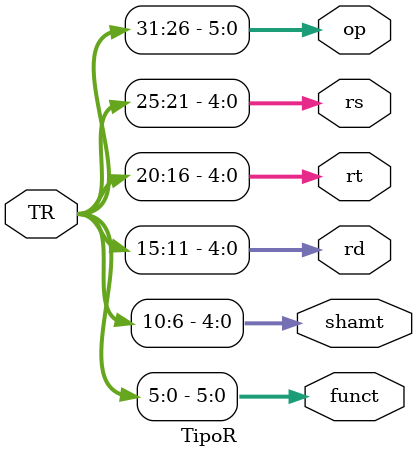
<source format=v>
module TipoR(  input [31:0] TR,
 output reg [5:0] funct, output reg [4:0] shamt, output reg [4:0] rd, output reg [4:0] rt, output reg [4:0] rs, 
 output reg [5:0] op );
 
always @(*) begin
    funct = TR [5:0];
    shamt = TR [10:6];
    rd = TR [15:11];
    rt = TR [20:16];
    rs = TR [25:21];
    op = TR [31:26];
end


endmodule


</source>
